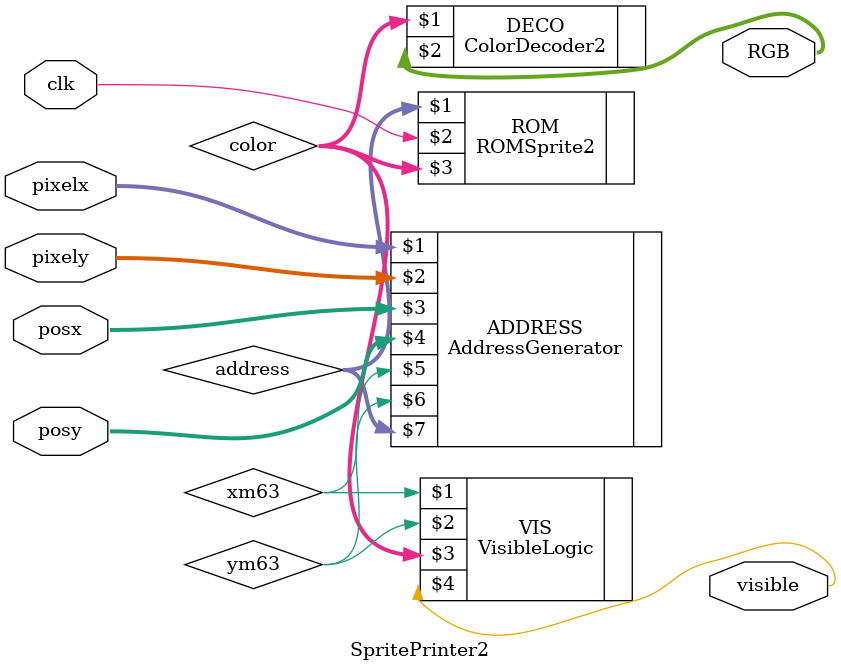
<source format=sv>
/*
Sprite Printer Module


Inputs:
    xcurrent: Current pixel x
    ycurrent: Current pixel y
	 xsprite: Pixel x where sprite is drawn
    ysprite: Pixel y where sprite is drawn

Outputs:
    R, G, B: RGB colors
    print: signal to indicate if sprite will be drawn
*/
module SpritePrinter2 (input  clk,
                      input  logic [9:0]  posx, posy, pixelx, pixely,
							 output logic        visible,
							 output logic [23:0] RGB);
// Sprite
logic [11:0] address;
logic [2:0] color;
// Sprite
ROMSprite2   ROM (address, clk, color);
// 
ColorDecoder2 DECO (color, RGB);
logic xm63, ym63;
AddressGenerator ADDRESS(pixelx, pixely, posx, posy, xm63, ym63, address);
VisibleLogic VIS(xm63, ym63, color, visible);

endmodule // SpritePrinter2

</source>
